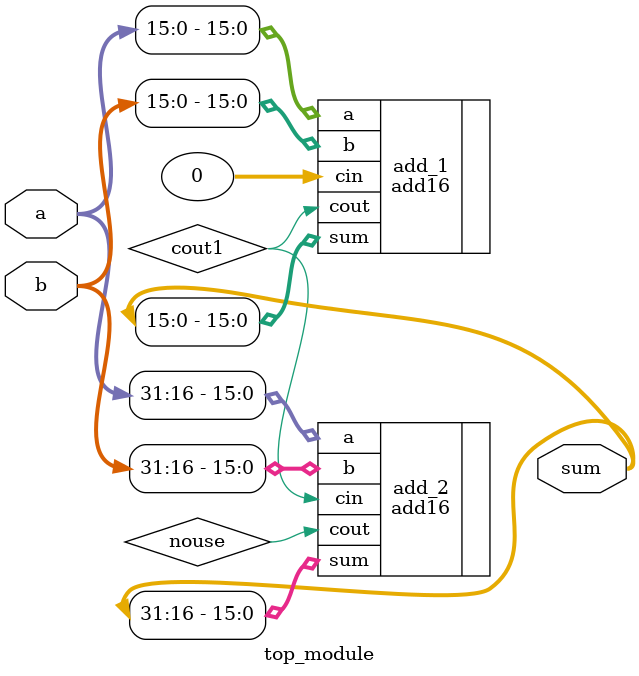
<source format=v>
module top_module(
    input [31:0] a,
    input [31:0] b,
    output [31:0] sum
);
    wire cout1, nouse;
    
    add16 add_1(.a(a[15:0]), .b(b[15:0]), .cin(0), .cout(cout1), .sum(sum[15:0]) );
    add16 add_2(.a(a[31:16]), .b(b[31:16]), .cin(cout1), .cout(nouse), .sum(sum[31:16]) );

endmodule
</source>
